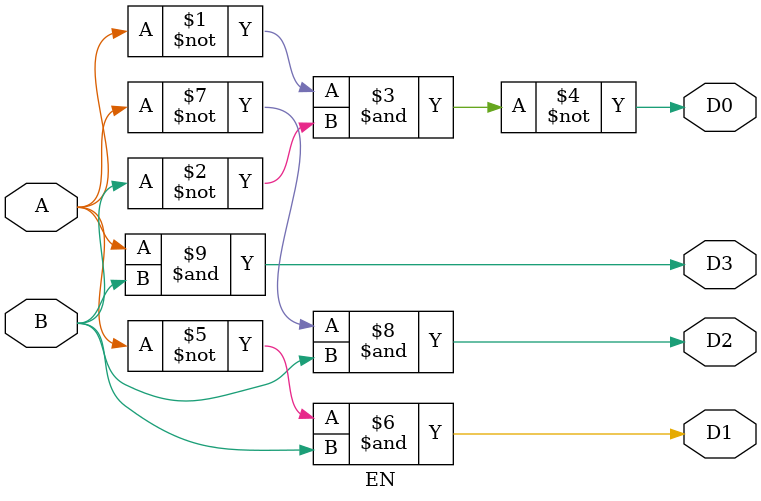
<source format=v>
module EN_FULL(A,B,Sum,Cout);
input A,B;
output Sum,Cout;
wire w0,w1,w2,w3;
assign Sum = w1|w2;
assign Cout = w3;
EN g1 (A,B,w0,w1,w2,w3);

endmodule





module EN (A,B,D0,D1,D2,D3);
input A,B;
output D0,D1,D2,D3;
assign D0 = ~(~A&~B);
assign D1 = ~A&B;
assign D2 = ~A&B;
assign D3 = A&B;
endmodule

</source>
